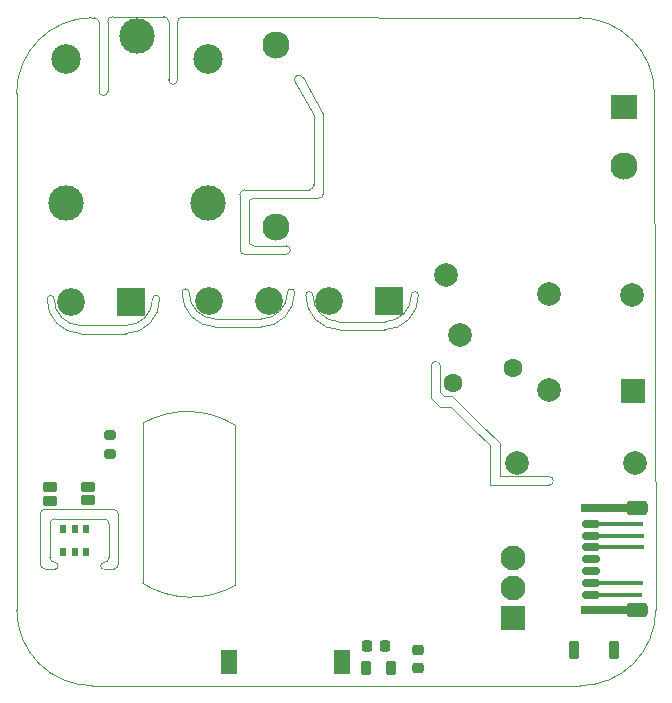
<source format=gbr>
%TF.GenerationSoftware,KiCad,Pcbnew,7.0.6*%
%TF.CreationDate,2023-07-20T17:02:44+02:00*%
%TF.ProjectId,smart_power_socket-54x54x1_6mm_3Cu,736d6172-745f-4706-9f77-65725f736f63,rev?*%
%TF.SameCoordinates,Original*%
%TF.FileFunction,Soldermask,Bot*%
%TF.FilePolarity,Negative*%
%FSLAX46Y46*%
G04 Gerber Fmt 4.6, Leading zero omitted, Abs format (unit mm)*
G04 Created by KiCad (PCBNEW 7.0.6) date 2023-07-20 17:02:44*
%MOMM*%
%LPD*%
G01*
G04 APERTURE LIST*
G04 Aperture macros list*
%AMRoundRect*
0 Rectangle with rounded corners*
0 $1 Rounding radius*
0 $2 $3 $4 $5 $6 $7 $8 $9 X,Y pos of 4 corners*
0 Add a 4 corners polygon primitive as box body*
4,1,4,$2,$3,$4,$5,$6,$7,$8,$9,$2,$3,0*
0 Add four circle primitives for the rounded corners*
1,1,$1+$1,$2,$3*
1,1,$1+$1,$4,$5*
1,1,$1+$1,$6,$7*
1,1,$1+$1,$8,$9*
0 Add four rect primitives between the rounded corners*
20,1,$1+$1,$2,$3,$4,$5,0*
20,1,$1+$1,$4,$5,$6,$7,0*
20,1,$1+$1,$6,$7,$8,$9,0*
20,1,$1+$1,$8,$9,$2,$3,0*%
G04 Aperture macros list end*
%ADD10R,4.500000X0.300000*%
%ADD11RoundRect,0.225000X-0.225000X-0.250000X0.225000X-0.250000X0.225000X0.250000X-0.225000X0.250000X0*%
%ADD12R,1.400000X2.100000*%
%ADD13R,5.700000X0.800000*%
%ADD14RoundRect,0.218750X-0.218750X-0.381250X0.218750X-0.381250X0.218750X0.381250X-0.218750X0.381250X0*%
%ADD15RoundRect,0.150000X-0.625000X0.150000X-0.625000X-0.150000X0.625000X-0.150000X0.625000X0.150000X0*%
%ADD16RoundRect,0.250000X-0.650000X0.350000X-0.650000X-0.350000X0.650000X-0.350000X0.650000X0.350000X0*%
%ADD17RoundRect,0.200000X-0.275000X0.200000X-0.275000X-0.200000X0.275000X-0.200000X0.275000X0.200000X0*%
%ADD18C,1.600000*%
%ADD19C,3.000000*%
%ADD20C,2.500000*%
%ADD21RoundRect,0.200000X-0.200000X-0.600000X0.200000X-0.600000X0.200000X0.600000X-0.200000X0.600000X0*%
%ADD22RoundRect,0.037100X0.227900X-0.317900X0.227900X0.317900X-0.227900X0.317900X-0.227900X-0.317900X0*%
%ADD23C,2.010000*%
%ADD24RoundRect,0.124800X0.475200X0.275200X-0.475200X0.275200X-0.475200X-0.275200X0.475200X-0.275200X0*%
%ADD25R,2.340000X2.340000*%
%ADD26C,2.340000*%
%ADD27R,2.000000X2.000000*%
%ADD28C,2.000000*%
%ADD29R,2.300000X2.000000*%
%ADD30C,2.300000*%
%ADD31R,2.100000X2.100000*%
%ADD32C,2.100000*%
%ADD33RoundRect,0.225000X0.250000X-0.225000X0.250000X0.225000X-0.250000X0.225000X-0.250000X-0.225000X0*%
%TA.AperFunction,Profile*%
%ADD34C,0.100000*%
%TD*%
G04 APERTURE END LIST*
D10*
%TO.C,*%
X164860000Y-117910000D03*
%TD*%
%TO.C,*%
X164920000Y-113920000D03*
%TD*%
%TO.C,*%
X164810000Y-118930000D03*
%TD*%
%TO.C,*%
X164900000Y-112930000D03*
%TD*%
%TO.C,*%
X164920000Y-114920000D03*
%TD*%
D11*
%TO.C,EC6*%
X143690000Y-123240000D03*
X145240000Y-123240000D03*
%TD*%
D12*
%TO.C,ANT1*%
X141540000Y-124650000D03*
X132040000Y-124650000D03*
%TD*%
D13*
%TO.C,*%
X164590000Y-111600000D03*
%TD*%
D14*
%TO.C,EL1*%
X143630000Y-125170000D03*
X145755000Y-125170000D03*
%TD*%
D15*
%TO.C,J1*%
X162685000Y-112920000D03*
X162685000Y-113920000D03*
X162685000Y-114920000D03*
X162685000Y-115920000D03*
X162685000Y-116920000D03*
X162685000Y-117920000D03*
X162685000Y-118920000D03*
D16*
X166560000Y-111620000D03*
X166560000Y-120220000D03*
%TD*%
D17*
%TO.C,LR1*%
X121920000Y-105395000D03*
X121920000Y-107045000D03*
%TD*%
D18*
%TO.C,HLV1*%
X151019924Y-101002000D03*
X156019924Y-99702000D03*
%TD*%
D19*
%TO.C,Relay1*%
X124194924Y-71607000D03*
D20*
X130244924Y-73557000D03*
D19*
X130244924Y-85757000D03*
X118194924Y-85807000D03*
D20*
X118244924Y-73557000D03*
%TD*%
D21*
%TO.C,RST1*%
X161240000Y-123620000D03*
X164580000Y-123620000D03*
%TD*%
D22*
%TO.C,U4*%
X119940000Y-115320000D03*
X118940000Y-115320000D03*
X117940000Y-115320000D03*
X117940000Y-113350000D03*
X118940000Y-113350000D03*
X119940000Y-113350000D03*
%TD*%
D23*
%TO.C,PF1*%
X151579924Y-96952000D03*
X150379924Y-91852000D03*
%TD*%
D24*
%TO.C,LED1*%
X120040000Y-110950000D03*
X116860000Y-110960000D03*
X120040000Y-109810000D03*
X116850000Y-109840000D03*
%TD*%
D13*
%TO.C,*%
X164580000Y-120210000D03*
%TD*%
D25*
%TO.C,J5*%
X123730000Y-94180000D03*
D26*
X118650000Y-94180000D03*
%TD*%
D27*
%TO.C,HLL2*%
X166205549Y-101650750D03*
D28*
X159138049Y-101578250D03*
X166135549Y-93522750D03*
X159088049Y-93445250D03*
%TD*%
D25*
%TO.C,J2*%
X145530000Y-94080000D03*
D26*
X140450000Y-94080000D03*
X135370000Y-94080000D03*
X130290000Y-94080000D03*
%TD*%
D29*
%TO.C,HiLink1*%
X165422424Y-77622000D03*
D30*
X165422424Y-82622000D03*
X136022424Y-72422000D03*
X136022424Y-87822000D03*
%TD*%
D31*
%TO.C,TEMPDS1*%
X156040000Y-120890000D03*
D32*
X156040000Y-118350000D03*
X156040000Y-115810000D03*
%TD*%
D33*
%TO.C,EC9*%
X147990000Y-125145000D03*
X147990000Y-123595000D03*
%TD*%
D28*
%TO.C,HLC2*%
X156390000Y-107740000D03*
X166390000Y-107740000D03*
%TD*%
D34*
X116034099Y-112111772D02*
X116052969Y-116354114D01*
X119467398Y-96819625D02*
X123278973Y-96819625D01*
X116053012Y-116354114D02*
G75*
G03*
X116483456Y-116764113I410688J214D01*
G01*
X122643533Y-112108968D02*
G75*
G03*
X122213106Y-111698969I-410133J368D01*
G01*
X132940932Y-89712067D02*
X132942993Y-85047165D01*
X149889022Y-101804022D02*
X149889022Y-99544022D01*
X130898425Y-96270000D02*
X134710000Y-96270000D01*
X141378425Y-96500871D02*
X145190000Y-96500871D01*
X119427398Y-96128754D02*
X123318973Y-96128754D01*
X138248899Y-75119216D02*
G75*
G03*
X137607176Y-75489714I-320899J-185184D01*
G01*
X148051575Y-93570000D02*
G75*
G03*
X147448425Y-93570000I-301575J0D01*
G01*
X121850193Y-112910000D02*
G75*
G03*
X121419756Y-112500002I-410293J200D01*
G01*
X133353969Y-90125104D02*
X136833969Y-90125975D01*
X117208950Y-93888754D02*
G75*
G03*
X119427398Y-96128754I2218450J-21446D01*
G01*
X114049965Y-120229930D02*
X114031486Y-76477000D01*
X132547381Y-104575763D02*
G75*
G03*
X124716477Y-104407324I-4057381J-6514237D01*
G01*
X141338425Y-95810000D02*
X145230000Y-95810000D01*
X130858425Y-95579129D02*
X134750000Y-95579129D01*
X159100000Y-109651080D02*
X154100000Y-109640000D01*
X124716477Y-104407324D02*
X124716477Y-117977196D01*
X117263698Y-112493958D02*
X121419756Y-112500001D01*
X116843168Y-115784446D02*
G75*
G03*
X117273699Y-116194445I410532J46D01*
G01*
X128063037Y-70017000D02*
G75*
G03*
X127650000Y-70430000I-37J-413000D01*
G01*
X153185000Y-104375978D02*
X151475000Y-102660000D01*
X122240273Y-116774315D02*
X121440275Y-116774758D01*
X154930000Y-106070000D02*
X154930000Y-108900000D01*
X150770978Y-103004022D02*
X152660978Y-104900000D01*
X136833969Y-90125905D02*
G75*
G03*
X136833969Y-89384895I-69J370505D01*
G01*
X138781907Y-84636044D02*
G75*
G03*
X139194944Y-84223042I-7J413044D01*
G01*
X117273699Y-116768755D02*
G75*
G03*
X117273699Y-116194445I1J287155D01*
G01*
X126140548Y-93888754D02*
G75*
G03*
X125537398Y-93888754I-301575J0D01*
G01*
X139120003Y-93570000D02*
G75*
G03*
X141338425Y-95810000I2218497J-21400D01*
G01*
X150935000Y-102120000D02*
X150205000Y-102120000D01*
X134106031Y-85375104D02*
X139591907Y-85376079D01*
X126898920Y-75336963D02*
G75*
G03*
X127640000Y-75336963I370540J0D01*
G01*
X154110000Y-106280000D02*
X154100000Y-109640000D01*
X134106031Y-89395104D02*
X136833969Y-89384895D01*
X140003969Y-78255104D02*
X138248970Y-75119175D01*
X137571575Y-93339129D02*
G75*
G03*
X136968425Y-93339129I-301575J0D01*
G01*
X133356030Y-84634093D02*
G75*
G03*
X132942993Y-85047165I70J-413107D01*
G01*
X128640075Y-93339130D02*
G75*
G03*
X130858425Y-95579129I2218425J-21470D01*
G01*
X133692994Y-88982067D02*
X133692994Y-85788141D01*
X132547381Y-118145635D02*
X132547381Y-104575763D01*
X126903000Y-70403037D02*
G75*
G03*
X126490000Y-69990000I-413000J37D01*
G01*
X149889022Y-99544022D02*
G75*
G03*
X149147942Y-99544022I-370540J0D01*
G01*
X123278973Y-96819607D02*
G75*
G03*
X126140548Y-93888754I-23673J2885507D01*
G01*
X138516788Y-93569999D02*
G75*
G03*
X141378425Y-96500871I2885312J-45301D01*
G01*
X139194944Y-84223042D02*
X139213969Y-78315104D01*
X168031605Y-76476965D02*
G75*
G03*
X161631486Y-70076895I-6400005J65D01*
G01*
X139213969Y-78315104D02*
X137607175Y-75489714D01*
X120431556Y-70076930D02*
X120597938Y-70076930D01*
X122240273Y-116774368D02*
G75*
G03*
X122650272Y-116343828I127J410368D01*
G01*
X126490000Y-69990000D02*
X122160000Y-69990000D01*
X139120000Y-93570000D02*
G75*
G03*
X138516850Y-93570000I-301575J0D01*
G01*
X127650000Y-70430000D02*
X127640000Y-75336963D01*
X134750000Y-95579128D02*
G75*
G03*
X136968424Y-93339129I0J2218528D01*
G01*
X168140070Y-120229930D02*
X168031556Y-76476965D01*
X132940896Y-89712067D02*
G75*
G03*
X133353969Y-90125104I413104J67D01*
G01*
X145230000Y-95810029D02*
G75*
G03*
X147448425Y-93570000I0J2218529D01*
G01*
X122649754Y-116343828D02*
X122643593Y-112108968D01*
X123318973Y-96128701D02*
G75*
G03*
X125537397Y-93888754I27J2218501D01*
G01*
X117208973Y-93888754D02*
G75*
G03*
X116605823Y-93888754I-301575J0D01*
G01*
X122160000Y-69989963D02*
G75*
G03*
X121746963Y-70403037I0J-413037D01*
G01*
X140004944Y-84963042D02*
X140003969Y-78255104D01*
X150770978Y-103004022D02*
X149895000Y-103001080D01*
X120431556Y-70076886D02*
G75*
G03*
X114031486Y-76477000I44J-6400114D01*
G01*
X116483456Y-116764113D02*
X117273699Y-116768716D01*
X149147942Y-102254022D02*
X149895000Y-103001080D01*
X128063037Y-70016963D02*
X161631486Y-70076895D01*
X116843212Y-115784446D02*
X116853699Y-112924445D01*
X117263698Y-112494005D02*
G75*
G03*
X116853700Y-112924445I-198J-410295D01*
G01*
X121005883Y-76300000D02*
G75*
G03*
X121746963Y-76300000I370540J0D01*
G01*
X151475000Y-102660000D02*
X150935000Y-102120000D01*
X134710000Y-96270034D02*
G75*
G03*
X137571574Y-93339129I-23700J2885534D01*
G01*
X145190001Y-96500935D02*
G75*
G03*
X148051575Y-93570000I-23701J2885535D01*
G01*
X133692996Y-88982067D02*
G75*
G03*
X134106031Y-89395104I413104J67D01*
G01*
X134106031Y-85375094D02*
G75*
G03*
X133692994Y-85788141I-31J-413006D01*
G01*
X121440275Y-116200442D02*
G75*
G03*
X121440275Y-116774758I25J-287158D01*
G01*
X138781907Y-84636079D02*
X133356030Y-84634128D01*
X161740000Y-126630000D02*
X120450035Y-126630000D01*
X128640000Y-93339129D02*
G75*
G03*
X128036850Y-93339129I-301575J0D01*
G01*
X150205000Y-102120000D02*
X149889022Y-101804022D01*
X159100000Y-109651000D02*
G75*
G03*
X159100000Y-108910000I0J370500D01*
G01*
X122213106Y-111698969D02*
X116444098Y-111681285D01*
X116444098Y-111681308D02*
G75*
G03*
X116034099Y-112111772I-98J-410392D01*
G01*
X116605834Y-93888754D02*
G75*
G03*
X119467398Y-96819625I2885266J-45346D01*
G01*
X152660978Y-104900000D02*
X154110000Y-106280000D01*
X121849756Y-115770000D02*
X121850243Y-112910000D01*
X149147942Y-99544022D02*
X149147942Y-102254022D01*
X121010975Y-70489967D02*
X121005883Y-76300000D01*
X121010970Y-70489967D02*
G75*
G03*
X120597938Y-70076930I-413070J-33D01*
G01*
X126903037Y-70403037D02*
X126898920Y-75336963D01*
X124716500Y-117977159D02*
G75*
G03*
X132547381Y-118145635I4057400J6514159D01*
G01*
X114050000Y-120229930D02*
G75*
G03*
X120450035Y-126630000I6400200J130D01*
G01*
X139591907Y-85376044D02*
G75*
G03*
X140004944Y-84963042I-7J413044D01*
G01*
X161740000Y-126630000D02*
G75*
G03*
X168140070Y-120229930I30J6400040D01*
G01*
X128036860Y-93339129D02*
G75*
G03*
X130898425Y-96270000I2885240J-45371D01*
G01*
X121440275Y-116200461D02*
G75*
G03*
X121850273Y-115770000I25J410461D01*
G01*
X121746963Y-70403037D02*
X121746963Y-76300000D01*
X153185000Y-104375978D02*
X154930000Y-106070000D01*
X154930000Y-108900000D02*
X159100000Y-108910000D01*
M02*

</source>
